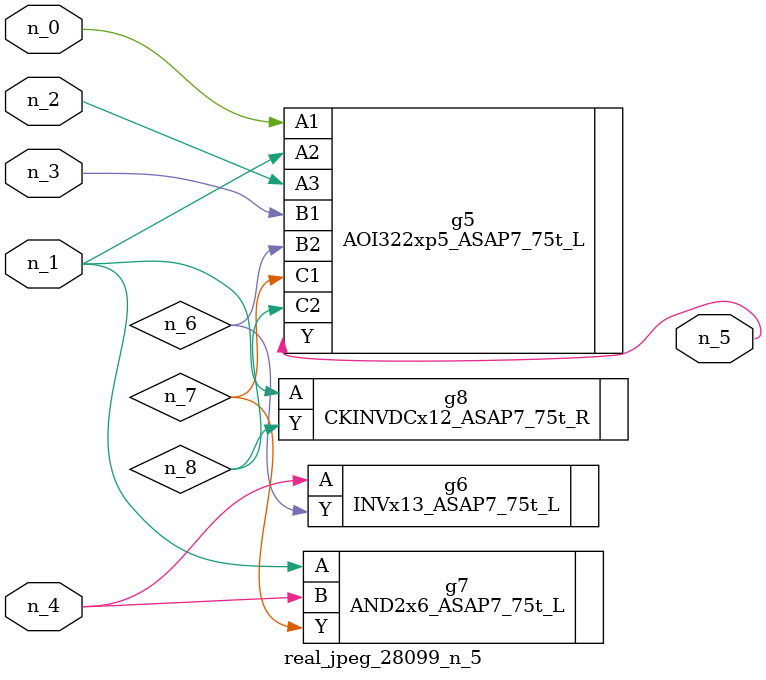
<source format=v>
module real_jpeg_28099_n_5 (n_4, n_0, n_1, n_2, n_3, n_5);

input n_4;
input n_0;
input n_1;
input n_2;
input n_3;

output n_5;

wire n_8;
wire n_6;
wire n_7;

AOI322xp5_ASAP7_75t_L g5 ( 
.A1(n_0),
.A2(n_1),
.A3(n_2),
.B1(n_3),
.B2(n_6),
.C1(n_7),
.C2(n_8),
.Y(n_5)
);

AND2x6_ASAP7_75t_L g7 ( 
.A(n_1),
.B(n_4),
.Y(n_7)
);

CKINVDCx12_ASAP7_75t_R g8 ( 
.A(n_1),
.Y(n_8)
);

INVx13_ASAP7_75t_L g6 ( 
.A(n_4),
.Y(n_6)
);


endmodule
</source>
